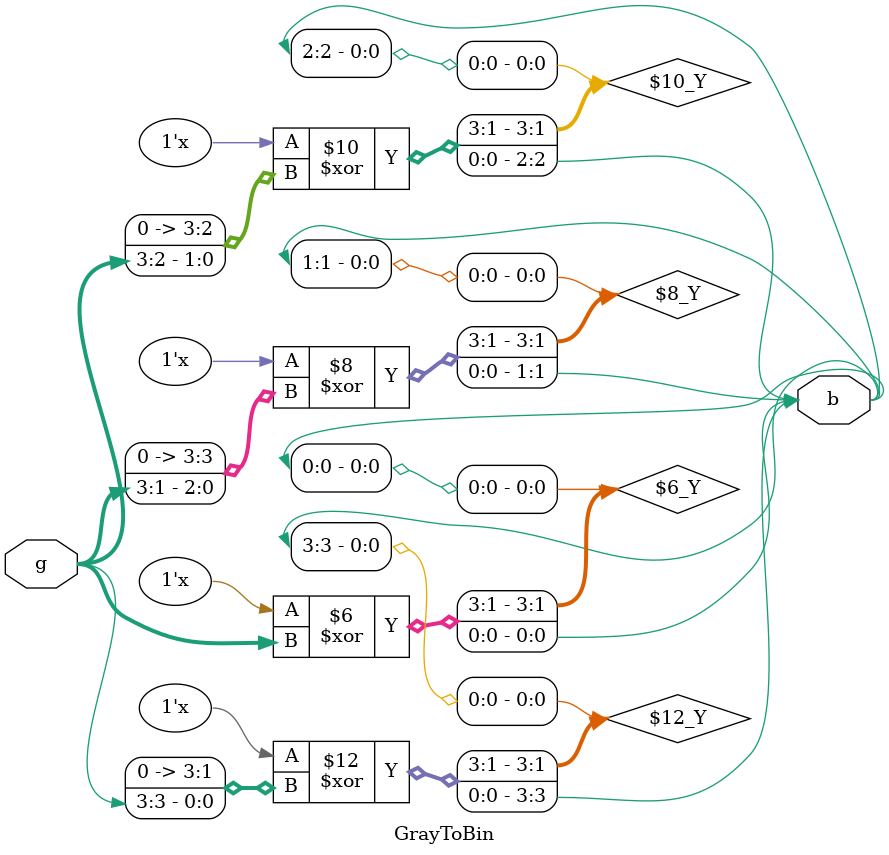
<source format=sv>


module GrayToBin
#(parameter N = 4)
(
    input logic [N - 1 : 0] g,
    output logic [N - 1 : 0] b
);
always_comb
begin
    for(int i = 0; i < N; i++)
        b[i] = b[i] ^ (g >> i);
end
endmodule

</source>
